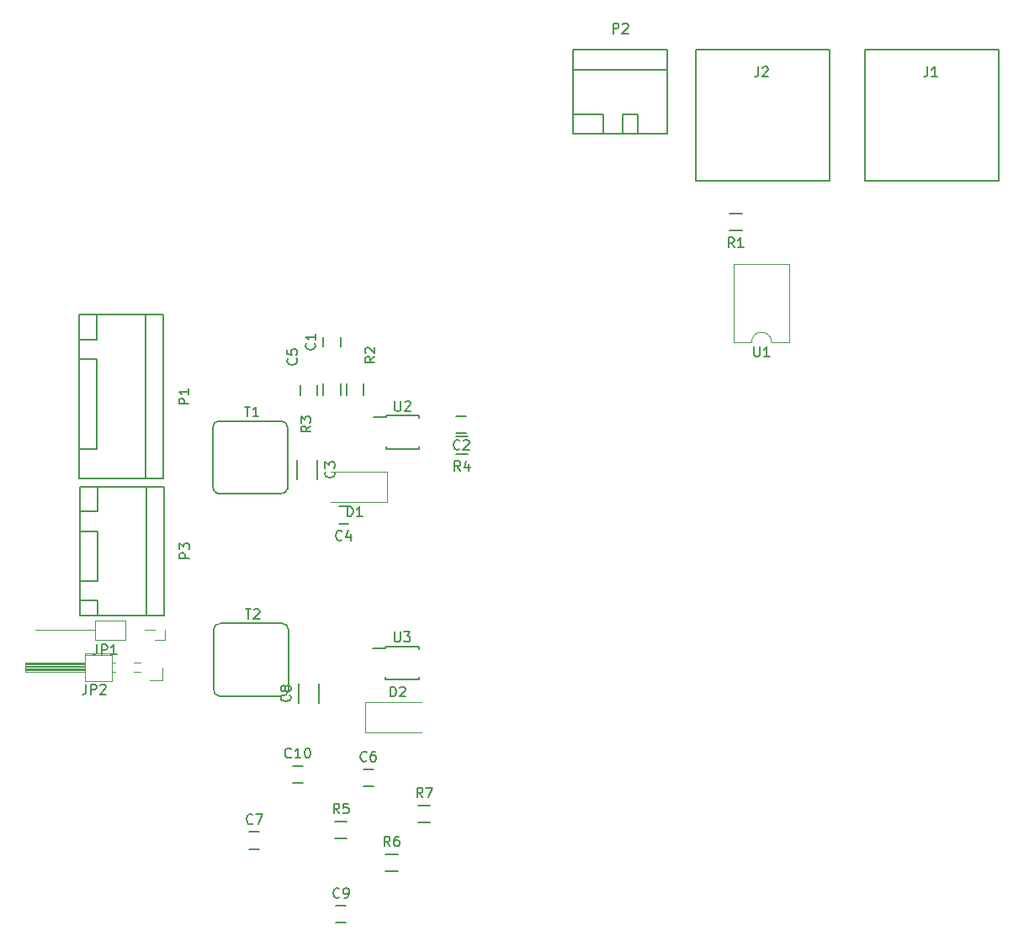
<source format=gbr>
G04 #@! TF.FileFunction,Legend,Top*
%FSLAX46Y46*%
G04 Gerber Fmt 4.6, Leading zero omitted, Abs format (unit mm)*
G04 Created by KiCad (PCBNEW 4.0.5) date 01/06/17 14:54:28*
%MOMM*%
%LPD*%
G01*
G04 APERTURE LIST*
%ADD10C,0.100000*%
%ADD11C,0.150000*%
%ADD12C,0.120000*%
G04 APERTURE END LIST*
D10*
D11*
X55525800Y-58205500D02*
X55525800Y-58380500D01*
X58875800Y-58205500D02*
X58875800Y-58455500D01*
X58875800Y-61555500D02*
X58875800Y-61305500D01*
X55525800Y-61555500D02*
X55525800Y-61305500D01*
X55525800Y-58205500D02*
X58875800Y-58205500D01*
X55525800Y-61555500D02*
X58875800Y-61555500D01*
X55525800Y-58380500D02*
X54275800Y-58380500D01*
X49251500Y-50261900D02*
X49251500Y-51261900D01*
X50951500Y-51261900D02*
X50951500Y-50261900D01*
X62619000Y-59943100D02*
X63619000Y-59943100D01*
X63619000Y-58243100D02*
X62619000Y-58243100D01*
X50782600Y-69061700D02*
X51782600Y-69061700D01*
X51782600Y-67361700D02*
X50782600Y-67361700D01*
X117208300Y-34544000D02*
X117208300Y-21336000D01*
X103746300Y-34544000D02*
X103746300Y-21336000D01*
X117208300Y-21336000D02*
X103746300Y-21336000D01*
X104508300Y-34544000D02*
X103746300Y-34544000D01*
X117208300Y-34544000D02*
X104508300Y-34544000D01*
X100190300Y-34544000D02*
X100190300Y-21336000D01*
X86728300Y-34544000D02*
X86728300Y-21336000D01*
X100190300Y-21336000D02*
X86728300Y-21336000D01*
X87490300Y-34544000D02*
X86728300Y-34544000D01*
X100190300Y-34544000D02*
X87490300Y-34544000D01*
X31356300Y-48023780D02*
X31356300Y-64523620D01*
X24655780Y-61523880D02*
X26454100Y-61523880D01*
X26454100Y-61523880D02*
X26454100Y-52524660D01*
X24655780Y-52524660D02*
X26454100Y-52524660D01*
X26454100Y-48023780D02*
X26454100Y-50523140D01*
X26454100Y-50523140D02*
X24704040Y-50523140D01*
X24655780Y-56273700D02*
X24655780Y-48023780D01*
X24655780Y-48023780D02*
X33154620Y-48023780D01*
X33154620Y-48023780D02*
X33154620Y-64523620D01*
X33154620Y-64523620D02*
X24655780Y-64523620D01*
X24655780Y-64523620D02*
X24655780Y-56273700D01*
X74371200Y-23352760D02*
X83870800Y-23352760D01*
X79369920Y-29852620D02*
X79369920Y-27853640D01*
X79369920Y-27853640D02*
X80871060Y-27853640D01*
X80871060Y-27853640D02*
X80871060Y-29852620D01*
X74371200Y-27853640D02*
X77370940Y-27853640D01*
X77370940Y-27853640D02*
X77370940Y-29804360D01*
X83870800Y-29852620D02*
X83870800Y-21353780D01*
X83870800Y-21353780D02*
X74371200Y-21353780D01*
X74371200Y-21353780D02*
X74371200Y-29852620D01*
X74371200Y-29852620D02*
X83870800Y-29852620D01*
X90141500Y-37834600D02*
X91341500Y-37834600D01*
X91341500Y-39584600D02*
X90141500Y-39584600D01*
X53313300Y-54937100D02*
X53313300Y-56137100D01*
X51563300Y-56137100D02*
X51563300Y-54937100D01*
X50972600Y-54952000D02*
X50972600Y-56152000D01*
X49222600Y-56152000D02*
X49222600Y-54952000D01*
X62595200Y-60326300D02*
X63795200Y-60326300D01*
X63795200Y-62076300D02*
X62595200Y-62076300D01*
D12*
X92332300Y-50793000D02*
G75*
G02X94332300Y-50793000I1000000J0D01*
G01*
X94332300Y-50793000D02*
X96102300Y-50793000D01*
X96102300Y-50793000D02*
X96102300Y-42933000D01*
X96102300Y-42933000D02*
X90562300Y-42933000D01*
X90562300Y-42933000D02*
X90562300Y-50793000D01*
X90562300Y-50793000D02*
X92332300Y-50793000D01*
D11*
X48602000Y-56151400D02*
X48602000Y-55151400D01*
X46902000Y-55151400D02*
X46902000Y-56151400D01*
D10*
X29283400Y-80794100D02*
X29283400Y-78794100D01*
X29283400Y-78794100D02*
X26283400Y-78794100D01*
X26283400Y-78794100D02*
X26283400Y-80794100D01*
X26283400Y-80794100D02*
X29283400Y-80794100D01*
X29283400Y-80794100D02*
X29283400Y-78794100D01*
X29283400Y-78794100D02*
X26283400Y-78794100D01*
X26283400Y-78794100D02*
X26283400Y-80794100D01*
X26283400Y-80794100D02*
X29283400Y-80794100D01*
X26283400Y-79794100D02*
X26283400Y-79794100D01*
X26283400Y-79794100D02*
X20283400Y-79794100D01*
X20283400Y-79794100D02*
X20283400Y-79794100D01*
X20283400Y-79794100D02*
X26283400Y-79794100D01*
X29283400Y-79794100D02*
X29283400Y-79794100D01*
X29283400Y-79794100D02*
X29283400Y-79794100D01*
X32283400Y-79794100D02*
X31283400Y-79794100D01*
X32283400Y-79794100D02*
X31283400Y-79794100D01*
X26283400Y-79794100D02*
X20283400Y-79794100D01*
X26283400Y-79794100D02*
X20283400Y-79794100D01*
X26283400Y-79794100D02*
X20283400Y-79794100D01*
X26283400Y-79794100D02*
X20283400Y-79794100D01*
X26283400Y-79794100D02*
X20283400Y-79794100D01*
X26283400Y-79794100D02*
X20283400Y-79794100D01*
X26283400Y-79794100D02*
X20283400Y-79794100D01*
X33283400Y-79794100D02*
X33283400Y-80794100D01*
X33283400Y-80794100D02*
X32283400Y-80794100D01*
D11*
X54259100Y-93815800D02*
X53259100Y-93815800D01*
X53259100Y-95515800D02*
X54259100Y-95515800D01*
X42803700Y-100127700D02*
X41803700Y-100127700D01*
X41803700Y-101827700D02*
X42803700Y-101827700D01*
X51515900Y-107557200D02*
X50515900Y-107557200D01*
X50515900Y-109257200D02*
X51515900Y-109257200D01*
X47159800Y-93472900D02*
X46159800Y-93472900D01*
X46159800Y-95172900D02*
X47159800Y-95172900D01*
D12*
X27955400Y-84930600D02*
X27955400Y-82150600D01*
X27955400Y-82150600D02*
X25215400Y-82150600D01*
X25215400Y-82150600D02*
X25215400Y-84930600D01*
X25215400Y-84930600D02*
X27955400Y-84930600D01*
X27955400Y-84930600D02*
X27955400Y-82270600D01*
X27955400Y-82270600D02*
X25215400Y-82270600D01*
X25215400Y-82270600D02*
X25215400Y-84930600D01*
X25215400Y-84930600D02*
X27955400Y-84930600D01*
X25215400Y-83980600D02*
X25215400Y-83100600D01*
X25215400Y-83100600D02*
X19215400Y-83100600D01*
X19215400Y-83100600D02*
X19215400Y-83980600D01*
X19215400Y-83980600D02*
X25215400Y-83980600D01*
X28265400Y-83980600D02*
X27955400Y-83980600D01*
X28265400Y-83100600D02*
X27955400Y-83100600D01*
X30805400Y-83980600D02*
X30205400Y-83980600D01*
X30805400Y-83100600D02*
X30205400Y-83100600D01*
X25215400Y-83860600D02*
X19215400Y-83860600D01*
X25215400Y-83740600D02*
X19215400Y-83740600D01*
X25215400Y-83620600D02*
X19215400Y-83620600D01*
X25215400Y-83500600D02*
X19215400Y-83500600D01*
X25215400Y-83380600D02*
X19215400Y-83380600D01*
X25215400Y-83260600D02*
X19215400Y-83260600D01*
X25215400Y-83140600D02*
X19215400Y-83140600D01*
X33045400Y-83540600D02*
X33045400Y-84810600D01*
X33045400Y-84810600D02*
X31775400Y-84810600D01*
D11*
X31419800Y-65331340D02*
X31419800Y-78331060D01*
X24719280Y-76832460D02*
X26517600Y-76832460D01*
X26517600Y-76832460D02*
X26517600Y-78331060D01*
X24719280Y-69832220D02*
X26517600Y-69832220D01*
X26517600Y-69832220D02*
X26517600Y-74830940D01*
X26517600Y-74830940D02*
X24719280Y-74830940D01*
X26517600Y-65331340D02*
X26517600Y-67830700D01*
X26517600Y-67830700D02*
X24719280Y-67830700D01*
X24719280Y-71831200D02*
X24719280Y-65331340D01*
X24719280Y-65331340D02*
X33218120Y-65331340D01*
X33218120Y-65331340D02*
X33218120Y-78331060D01*
X33218120Y-78331060D02*
X24719280Y-78331060D01*
X24719280Y-78331060D02*
X24719280Y-71831200D01*
X51615900Y-100785900D02*
X50415900Y-100785900D01*
X50415900Y-99035900D02*
X51615900Y-99035900D01*
X56708600Y-104087900D02*
X55508600Y-104087900D01*
X55508600Y-102337900D02*
X56708600Y-102337900D01*
X59997900Y-99173000D02*
X58797900Y-99173000D01*
X58797900Y-97423000D02*
X59997900Y-97423000D01*
X38207300Y-85771000D02*
G75*
G03X38757300Y-86421000I600000J-50000D01*
G01*
X38907300Y-86421000D02*
X38757300Y-86421000D01*
X39107300Y-79121000D02*
X38857300Y-79121000D01*
X38907300Y-86421000D02*
X39007300Y-86421000D01*
X45707300Y-85921000D02*
X45707300Y-85821000D01*
X45707300Y-79721000D02*
X45707300Y-79921000D01*
X45107300Y-79121000D02*
X45007300Y-79121000D01*
X45007300Y-79121000D02*
X44607300Y-79121000D01*
X45007300Y-79121000D02*
X39107300Y-79121000D01*
X45707300Y-79821000D02*
X45707300Y-85821000D01*
X39007300Y-86421000D02*
X45007300Y-86421000D01*
X38207300Y-79721000D02*
X38207300Y-85721000D01*
X38807300Y-79121000D02*
G75*
G03X38207300Y-79721000I0J-600000D01*
G01*
X45007300Y-86421000D02*
G75*
G03X45707300Y-85921000I100000J600000D01*
G01*
X45707300Y-79721000D02*
G75*
G03X45107300Y-79121000I-600000J0D01*
G01*
X55487700Y-81446500D02*
X55487700Y-81621500D01*
X58837700Y-81446500D02*
X58837700Y-81696500D01*
X58837700Y-84796500D02*
X58837700Y-84546500D01*
X55487700Y-84796500D02*
X55487700Y-84546500D01*
X55487700Y-81446500D02*
X58837700Y-81446500D01*
X55487700Y-84796500D02*
X58837700Y-84796500D01*
X55487700Y-81621500D02*
X54237700Y-81621500D01*
X48662700Y-64639700D02*
X48662700Y-62639700D01*
X46612700Y-62639700D02*
X46612700Y-64639700D01*
X46777800Y-85169500D02*
X46777800Y-87169500D01*
X48827800Y-87169500D02*
X48827800Y-85169500D01*
X38118400Y-65400200D02*
G75*
G03X38668400Y-66050200I600000J-50000D01*
G01*
X38818400Y-66050200D02*
X38668400Y-66050200D01*
X39018400Y-58750200D02*
X38768400Y-58750200D01*
X38818400Y-66050200D02*
X38918400Y-66050200D01*
X45618400Y-65550200D02*
X45618400Y-65450200D01*
X45618400Y-59350200D02*
X45618400Y-59550200D01*
X45018400Y-58750200D02*
X44918400Y-58750200D01*
X44918400Y-58750200D02*
X44518400Y-58750200D01*
X44918400Y-58750200D02*
X39018400Y-58750200D01*
X45618400Y-59450200D02*
X45618400Y-65450200D01*
X38918400Y-66050200D02*
X44918400Y-66050200D01*
X38118400Y-59350200D02*
X38118400Y-65350200D01*
X38718400Y-58750200D02*
G75*
G03X38118400Y-59350200I0J-600000D01*
G01*
X44918400Y-66050200D02*
G75*
G03X45618400Y-65550200I100000J600000D01*
G01*
X45618400Y-59350200D02*
G75*
G03X45018400Y-58750200I-600000J0D01*
G01*
D12*
X49987500Y-66854200D02*
X55687500Y-66854200D01*
X55687500Y-66854200D02*
X55687500Y-63854200D01*
X55687500Y-63854200D02*
X49987500Y-63854200D01*
X59118200Y-87069800D02*
X53418200Y-87069800D01*
X53418200Y-87069800D02*
X53418200Y-90069800D01*
X53418200Y-90069800D02*
X59118200Y-90069800D01*
D11*
X56438895Y-56732881D02*
X56438895Y-57542405D01*
X56486514Y-57637643D01*
X56534133Y-57685262D01*
X56629371Y-57732881D01*
X56819848Y-57732881D01*
X56915086Y-57685262D01*
X56962705Y-57637643D01*
X57010324Y-57542405D01*
X57010324Y-56732881D01*
X57438895Y-56828119D02*
X57486514Y-56780500D01*
X57581752Y-56732881D01*
X57819848Y-56732881D01*
X57915086Y-56780500D01*
X57962705Y-56828119D01*
X58010324Y-56923357D01*
X58010324Y-57018595D01*
X57962705Y-57161452D01*
X57391276Y-57732881D01*
X58010324Y-57732881D01*
X48358643Y-50928566D02*
X48406262Y-50976185D01*
X48453881Y-51119042D01*
X48453881Y-51214280D01*
X48406262Y-51357138D01*
X48311024Y-51452376D01*
X48215786Y-51499995D01*
X48025310Y-51547614D01*
X47882452Y-51547614D01*
X47691976Y-51499995D01*
X47596738Y-51452376D01*
X47501500Y-51357138D01*
X47453881Y-51214280D01*
X47453881Y-51119042D01*
X47501500Y-50976185D01*
X47549119Y-50928566D01*
X48453881Y-49976185D02*
X48453881Y-50547614D01*
X48453881Y-50261900D02*
X47453881Y-50261900D01*
X47596738Y-50357138D01*
X47691976Y-50452376D01*
X47739595Y-50547614D01*
X62952334Y-61550243D02*
X62904715Y-61597862D01*
X62761858Y-61645481D01*
X62666620Y-61645481D01*
X62523762Y-61597862D01*
X62428524Y-61502624D01*
X62380905Y-61407386D01*
X62333286Y-61216910D01*
X62333286Y-61074052D01*
X62380905Y-60883576D01*
X62428524Y-60788338D01*
X62523762Y-60693100D01*
X62666620Y-60645481D01*
X62761858Y-60645481D01*
X62904715Y-60693100D01*
X62952334Y-60740719D01*
X63333286Y-60740719D02*
X63380905Y-60693100D01*
X63476143Y-60645481D01*
X63714239Y-60645481D01*
X63809477Y-60693100D01*
X63857096Y-60740719D01*
X63904715Y-60835957D01*
X63904715Y-60931195D01*
X63857096Y-61074052D01*
X63285667Y-61645481D01*
X63904715Y-61645481D01*
X51115934Y-70668843D02*
X51068315Y-70716462D01*
X50925458Y-70764081D01*
X50830220Y-70764081D01*
X50687362Y-70716462D01*
X50592124Y-70621224D01*
X50544505Y-70525986D01*
X50496886Y-70335510D01*
X50496886Y-70192652D01*
X50544505Y-70002176D01*
X50592124Y-69906938D01*
X50687362Y-69811700D01*
X50830220Y-69764081D01*
X50925458Y-69764081D01*
X51068315Y-69811700D01*
X51115934Y-69859319D01*
X51973077Y-70097414D02*
X51973077Y-70764081D01*
X51734981Y-69716462D02*
X51496886Y-70430748D01*
X52115934Y-70430748D01*
X110016967Y-23074381D02*
X110016967Y-23788667D01*
X109969347Y-23931524D01*
X109874109Y-24026762D01*
X109731252Y-24074381D01*
X109636014Y-24074381D01*
X111016967Y-24074381D02*
X110445538Y-24074381D01*
X110731252Y-24074381D02*
X110731252Y-23074381D01*
X110636014Y-23217238D01*
X110540776Y-23312476D01*
X110445538Y-23360095D01*
X92998967Y-23074381D02*
X92998967Y-23788667D01*
X92951347Y-23931524D01*
X92856109Y-24026762D01*
X92713252Y-24074381D01*
X92618014Y-24074381D01*
X93427538Y-23169619D02*
X93475157Y-23122000D01*
X93570395Y-23074381D01*
X93808491Y-23074381D01*
X93903729Y-23122000D01*
X93951348Y-23169619D01*
X93998967Y-23264857D01*
X93998967Y-23360095D01*
X93951348Y-23502952D01*
X93379919Y-24074381D01*
X93998967Y-24074381D01*
X35707581Y-57011795D02*
X34707581Y-57011795D01*
X34707581Y-56630842D01*
X34755200Y-56535604D01*
X34802819Y-56487985D01*
X34898057Y-56440366D01*
X35040914Y-56440366D01*
X35136152Y-56487985D01*
X35183771Y-56535604D01*
X35231390Y-56630842D01*
X35231390Y-57011795D01*
X35707581Y-55487985D02*
X35707581Y-56059414D01*
X35707581Y-55773700D02*
X34707581Y-55773700D01*
X34850438Y-55868938D01*
X34945676Y-55964176D01*
X34993295Y-56059414D01*
X78382905Y-19705581D02*
X78382905Y-18705581D01*
X78763858Y-18705581D01*
X78859096Y-18753200D01*
X78906715Y-18800819D01*
X78954334Y-18896057D01*
X78954334Y-19038914D01*
X78906715Y-19134152D01*
X78859096Y-19181771D01*
X78763858Y-19229390D01*
X78382905Y-19229390D01*
X79335286Y-18800819D02*
X79382905Y-18753200D01*
X79478143Y-18705581D01*
X79716239Y-18705581D01*
X79811477Y-18753200D01*
X79859096Y-18800819D01*
X79906715Y-18896057D01*
X79906715Y-18991295D01*
X79859096Y-19134152D01*
X79287667Y-19705581D01*
X79906715Y-19705581D01*
X90574834Y-41261981D02*
X90241500Y-40785790D01*
X90003405Y-41261981D02*
X90003405Y-40261981D01*
X90384358Y-40261981D01*
X90479596Y-40309600D01*
X90527215Y-40357219D01*
X90574834Y-40452457D01*
X90574834Y-40595314D01*
X90527215Y-40690552D01*
X90479596Y-40738171D01*
X90384358Y-40785790D01*
X90003405Y-40785790D01*
X91527215Y-41261981D02*
X90955786Y-41261981D01*
X91241500Y-41261981D02*
X91241500Y-40261981D01*
X91146262Y-40404838D01*
X91051024Y-40500076D01*
X90955786Y-40547695D01*
X54414681Y-52274766D02*
X53938490Y-52608100D01*
X54414681Y-52846195D02*
X53414681Y-52846195D01*
X53414681Y-52465242D01*
X53462300Y-52370004D01*
X53509919Y-52322385D01*
X53605157Y-52274766D01*
X53748014Y-52274766D01*
X53843252Y-52322385D01*
X53890871Y-52370004D01*
X53938490Y-52465242D01*
X53938490Y-52846195D01*
X53509919Y-51893814D02*
X53462300Y-51846195D01*
X53414681Y-51750957D01*
X53414681Y-51512861D01*
X53462300Y-51417623D01*
X53509919Y-51370004D01*
X53605157Y-51322385D01*
X53700395Y-51322385D01*
X53843252Y-51370004D01*
X54414681Y-51941433D01*
X54414681Y-51322385D01*
X47975781Y-59234366D02*
X47499590Y-59567700D01*
X47975781Y-59805795D02*
X46975781Y-59805795D01*
X46975781Y-59424842D01*
X47023400Y-59329604D01*
X47071019Y-59281985D01*
X47166257Y-59234366D01*
X47309114Y-59234366D01*
X47404352Y-59281985D01*
X47451971Y-59329604D01*
X47499590Y-59424842D01*
X47499590Y-59805795D01*
X46975781Y-58901033D02*
X46975781Y-58281985D01*
X47356733Y-58615319D01*
X47356733Y-58472461D01*
X47404352Y-58377223D01*
X47451971Y-58329604D01*
X47547210Y-58281985D01*
X47785305Y-58281985D01*
X47880543Y-58329604D01*
X47928162Y-58377223D01*
X47975781Y-58472461D01*
X47975781Y-58758176D01*
X47928162Y-58853414D01*
X47880543Y-58901033D01*
X63028534Y-63753681D02*
X62695200Y-63277490D01*
X62457105Y-63753681D02*
X62457105Y-62753681D01*
X62838058Y-62753681D01*
X62933296Y-62801300D01*
X62980915Y-62848919D01*
X63028534Y-62944157D01*
X63028534Y-63087014D01*
X62980915Y-63182252D01*
X62933296Y-63229871D01*
X62838058Y-63277490D01*
X62457105Y-63277490D01*
X63885677Y-63087014D02*
X63885677Y-63753681D01*
X63647581Y-62706062D02*
X63409486Y-63420348D01*
X64028534Y-63420348D01*
X92570395Y-51245381D02*
X92570395Y-52054905D01*
X92618014Y-52150143D01*
X92665633Y-52197762D01*
X92760871Y-52245381D01*
X92951348Y-52245381D01*
X93046586Y-52197762D01*
X93094205Y-52150143D01*
X93141824Y-52054905D01*
X93141824Y-51245381D01*
X94141824Y-52245381D02*
X93570395Y-52245381D01*
X93856109Y-52245381D02*
X93856109Y-51245381D01*
X93760871Y-51388238D01*
X93665633Y-51483476D01*
X93570395Y-51531095D01*
X46508943Y-52452566D02*
X46556562Y-52500185D01*
X46604181Y-52643042D01*
X46604181Y-52738280D01*
X46556562Y-52881138D01*
X46461324Y-52976376D01*
X46366086Y-53023995D01*
X46175610Y-53071614D01*
X46032752Y-53071614D01*
X45842276Y-53023995D01*
X45747038Y-52976376D01*
X45651800Y-52881138D01*
X45604181Y-52738280D01*
X45604181Y-52643042D01*
X45651800Y-52500185D01*
X45699419Y-52452566D01*
X45604181Y-51547804D02*
X45604181Y-52023995D01*
X46080371Y-52071614D01*
X46032752Y-52023995D01*
X45985133Y-51928757D01*
X45985133Y-51690661D01*
X46032752Y-51595423D01*
X46080371Y-51547804D01*
X46175610Y-51500185D01*
X46413705Y-51500185D01*
X46508943Y-51547804D01*
X46556562Y-51595423D01*
X46604181Y-51690661D01*
X46604181Y-51928757D01*
X46556562Y-52023995D01*
X46508943Y-52071614D01*
X26450067Y-81246481D02*
X26450067Y-81960767D01*
X26402447Y-82103624D01*
X26307209Y-82198862D01*
X26164352Y-82246481D01*
X26069114Y-82246481D01*
X26926257Y-82246481D02*
X26926257Y-81246481D01*
X27307210Y-81246481D01*
X27402448Y-81294100D01*
X27450067Y-81341719D01*
X27497686Y-81436957D01*
X27497686Y-81579814D01*
X27450067Y-81675052D01*
X27402448Y-81722671D01*
X27307210Y-81770290D01*
X26926257Y-81770290D01*
X28450067Y-82246481D02*
X27878638Y-82246481D01*
X28164352Y-82246481D02*
X28164352Y-81246481D01*
X28069114Y-81389338D01*
X27973876Y-81484576D01*
X27878638Y-81532195D01*
X53592434Y-92922943D02*
X53544815Y-92970562D01*
X53401958Y-93018181D01*
X53306720Y-93018181D01*
X53163862Y-92970562D01*
X53068624Y-92875324D01*
X53021005Y-92780086D01*
X52973386Y-92589610D01*
X52973386Y-92446752D01*
X53021005Y-92256276D01*
X53068624Y-92161038D01*
X53163862Y-92065800D01*
X53306720Y-92018181D01*
X53401958Y-92018181D01*
X53544815Y-92065800D01*
X53592434Y-92113419D01*
X54449577Y-92018181D02*
X54259100Y-92018181D01*
X54163862Y-92065800D01*
X54116243Y-92113419D01*
X54021005Y-92256276D01*
X53973386Y-92446752D01*
X53973386Y-92827705D01*
X54021005Y-92922943D01*
X54068624Y-92970562D01*
X54163862Y-93018181D01*
X54354339Y-93018181D01*
X54449577Y-92970562D01*
X54497196Y-92922943D01*
X54544815Y-92827705D01*
X54544815Y-92589610D01*
X54497196Y-92494371D01*
X54449577Y-92446752D01*
X54354339Y-92399133D01*
X54163862Y-92399133D01*
X54068624Y-92446752D01*
X54021005Y-92494371D01*
X53973386Y-92589610D01*
X42137034Y-99234843D02*
X42089415Y-99282462D01*
X41946558Y-99330081D01*
X41851320Y-99330081D01*
X41708462Y-99282462D01*
X41613224Y-99187224D01*
X41565605Y-99091986D01*
X41517986Y-98901510D01*
X41517986Y-98758652D01*
X41565605Y-98568176D01*
X41613224Y-98472938D01*
X41708462Y-98377700D01*
X41851320Y-98330081D01*
X41946558Y-98330081D01*
X42089415Y-98377700D01*
X42137034Y-98425319D01*
X42470367Y-98330081D02*
X43137034Y-98330081D01*
X42708462Y-99330081D01*
X50849234Y-106664343D02*
X50801615Y-106711962D01*
X50658758Y-106759581D01*
X50563520Y-106759581D01*
X50420662Y-106711962D01*
X50325424Y-106616724D01*
X50277805Y-106521486D01*
X50230186Y-106331010D01*
X50230186Y-106188152D01*
X50277805Y-105997676D01*
X50325424Y-105902438D01*
X50420662Y-105807200D01*
X50563520Y-105759581D01*
X50658758Y-105759581D01*
X50801615Y-105807200D01*
X50849234Y-105854819D01*
X51325424Y-106759581D02*
X51515900Y-106759581D01*
X51611139Y-106711962D01*
X51658758Y-106664343D01*
X51753996Y-106521486D01*
X51801615Y-106331010D01*
X51801615Y-105950057D01*
X51753996Y-105854819D01*
X51706377Y-105807200D01*
X51611139Y-105759581D01*
X51420662Y-105759581D01*
X51325424Y-105807200D01*
X51277805Y-105854819D01*
X51230186Y-105950057D01*
X51230186Y-106188152D01*
X51277805Y-106283390D01*
X51325424Y-106331010D01*
X51420662Y-106378629D01*
X51611139Y-106378629D01*
X51706377Y-106331010D01*
X51753996Y-106283390D01*
X51801615Y-106188152D01*
X46016943Y-92580043D02*
X45969324Y-92627662D01*
X45826467Y-92675281D01*
X45731229Y-92675281D01*
X45588371Y-92627662D01*
X45493133Y-92532424D01*
X45445514Y-92437186D01*
X45397895Y-92246710D01*
X45397895Y-92103852D01*
X45445514Y-91913376D01*
X45493133Y-91818138D01*
X45588371Y-91722900D01*
X45731229Y-91675281D01*
X45826467Y-91675281D01*
X45969324Y-91722900D01*
X46016943Y-91770519D01*
X46969324Y-92675281D02*
X46397895Y-92675281D01*
X46683609Y-92675281D02*
X46683609Y-91675281D01*
X46588371Y-91818138D01*
X46493133Y-91913376D01*
X46397895Y-91960995D01*
X47588371Y-91675281D02*
X47683610Y-91675281D01*
X47778848Y-91722900D01*
X47826467Y-91770519D01*
X47874086Y-91865757D01*
X47921705Y-92056233D01*
X47921705Y-92294329D01*
X47874086Y-92484805D01*
X47826467Y-92580043D01*
X47778848Y-92627662D01*
X47683610Y-92675281D01*
X47588371Y-92675281D01*
X47493133Y-92627662D01*
X47445514Y-92580043D01*
X47397895Y-92484805D01*
X47350276Y-92294329D01*
X47350276Y-92056233D01*
X47397895Y-91865757D01*
X47445514Y-91770519D01*
X47493133Y-91722900D01*
X47588371Y-91675281D01*
X25357067Y-85262981D02*
X25357067Y-85977267D01*
X25309447Y-86120124D01*
X25214209Y-86215362D01*
X25071352Y-86262981D01*
X24976114Y-86262981D01*
X25833257Y-86262981D02*
X25833257Y-85262981D01*
X26214210Y-85262981D01*
X26309448Y-85310600D01*
X26357067Y-85358219D01*
X26404686Y-85453457D01*
X26404686Y-85596314D01*
X26357067Y-85691552D01*
X26309448Y-85739171D01*
X26214210Y-85786790D01*
X25833257Y-85786790D01*
X26785638Y-85358219D02*
X26833257Y-85310600D01*
X26928495Y-85262981D01*
X27166591Y-85262981D01*
X27261829Y-85310600D01*
X27309448Y-85358219D01*
X27357067Y-85453457D01*
X27357067Y-85548695D01*
X27309448Y-85691552D01*
X26738019Y-86262981D01*
X27357067Y-86262981D01*
X35771081Y-72569295D02*
X34771081Y-72569295D01*
X34771081Y-72188342D01*
X34818700Y-72093104D01*
X34866319Y-72045485D01*
X34961557Y-71997866D01*
X35104414Y-71997866D01*
X35199652Y-72045485D01*
X35247271Y-72093104D01*
X35294890Y-72188342D01*
X35294890Y-72569295D01*
X34771081Y-71664533D02*
X34771081Y-71045485D01*
X35152033Y-71378819D01*
X35152033Y-71235961D01*
X35199652Y-71140723D01*
X35247271Y-71093104D01*
X35342510Y-71045485D01*
X35580605Y-71045485D01*
X35675843Y-71093104D01*
X35723462Y-71140723D01*
X35771081Y-71235961D01*
X35771081Y-71521676D01*
X35723462Y-71616914D01*
X35675843Y-71664533D01*
X50849234Y-98263281D02*
X50515900Y-97787090D01*
X50277805Y-98263281D02*
X50277805Y-97263281D01*
X50658758Y-97263281D01*
X50753996Y-97310900D01*
X50801615Y-97358519D01*
X50849234Y-97453757D01*
X50849234Y-97596614D01*
X50801615Y-97691852D01*
X50753996Y-97739471D01*
X50658758Y-97787090D01*
X50277805Y-97787090D01*
X51753996Y-97263281D02*
X51277805Y-97263281D01*
X51230186Y-97739471D01*
X51277805Y-97691852D01*
X51373043Y-97644233D01*
X51611139Y-97644233D01*
X51706377Y-97691852D01*
X51753996Y-97739471D01*
X51801615Y-97834710D01*
X51801615Y-98072805D01*
X51753996Y-98168043D01*
X51706377Y-98215662D01*
X51611139Y-98263281D01*
X51373043Y-98263281D01*
X51277805Y-98215662D01*
X51230186Y-98168043D01*
X55941934Y-101565281D02*
X55608600Y-101089090D01*
X55370505Y-101565281D02*
X55370505Y-100565281D01*
X55751458Y-100565281D01*
X55846696Y-100612900D01*
X55894315Y-100660519D01*
X55941934Y-100755757D01*
X55941934Y-100898614D01*
X55894315Y-100993852D01*
X55846696Y-101041471D01*
X55751458Y-101089090D01*
X55370505Y-101089090D01*
X56799077Y-100565281D02*
X56608600Y-100565281D01*
X56513362Y-100612900D01*
X56465743Y-100660519D01*
X56370505Y-100803376D01*
X56322886Y-100993852D01*
X56322886Y-101374805D01*
X56370505Y-101470043D01*
X56418124Y-101517662D01*
X56513362Y-101565281D01*
X56703839Y-101565281D01*
X56799077Y-101517662D01*
X56846696Y-101470043D01*
X56894315Y-101374805D01*
X56894315Y-101136710D01*
X56846696Y-101041471D01*
X56799077Y-100993852D01*
X56703839Y-100946233D01*
X56513362Y-100946233D01*
X56418124Y-100993852D01*
X56370505Y-101041471D01*
X56322886Y-101136710D01*
X59231234Y-96650381D02*
X58897900Y-96174190D01*
X58659805Y-96650381D02*
X58659805Y-95650381D01*
X59040758Y-95650381D01*
X59135996Y-95698000D01*
X59183615Y-95745619D01*
X59231234Y-95840857D01*
X59231234Y-95983714D01*
X59183615Y-96078952D01*
X59135996Y-96126571D01*
X59040758Y-96174190D01*
X58659805Y-96174190D01*
X59564567Y-95650381D02*
X60231234Y-95650381D01*
X59802662Y-96650381D01*
X41395395Y-77673381D02*
X41966824Y-77673381D01*
X41681109Y-78673381D02*
X41681109Y-77673381D01*
X42252538Y-77768619D02*
X42300157Y-77721000D01*
X42395395Y-77673381D01*
X42633491Y-77673381D01*
X42728729Y-77721000D01*
X42776348Y-77768619D01*
X42823967Y-77863857D01*
X42823967Y-77959095D01*
X42776348Y-78101952D01*
X42204919Y-78673381D01*
X42823967Y-78673381D01*
X56400795Y-79973881D02*
X56400795Y-80783405D01*
X56448414Y-80878643D01*
X56496033Y-80926262D01*
X56591271Y-80973881D01*
X56781748Y-80973881D01*
X56876986Y-80926262D01*
X56924605Y-80878643D01*
X56972224Y-80783405D01*
X56972224Y-79973881D01*
X57353176Y-79973881D02*
X57972224Y-79973881D01*
X57638890Y-80354833D01*
X57781748Y-80354833D01*
X57876986Y-80402452D01*
X57924605Y-80450071D01*
X57972224Y-80545310D01*
X57972224Y-80783405D01*
X57924605Y-80878643D01*
X57876986Y-80926262D01*
X57781748Y-80973881D01*
X57496033Y-80973881D01*
X57400795Y-80926262D01*
X57353176Y-80878643D01*
X50294843Y-63806366D02*
X50342462Y-63853985D01*
X50390081Y-63996842D01*
X50390081Y-64092080D01*
X50342462Y-64234938D01*
X50247224Y-64330176D01*
X50151986Y-64377795D01*
X49961510Y-64425414D01*
X49818652Y-64425414D01*
X49628176Y-64377795D01*
X49532938Y-64330176D01*
X49437700Y-64234938D01*
X49390081Y-64092080D01*
X49390081Y-63996842D01*
X49437700Y-63853985D01*
X49485319Y-63806366D01*
X49390081Y-63473033D02*
X49390081Y-62853985D01*
X49771033Y-63187319D01*
X49771033Y-63044461D01*
X49818652Y-62949223D01*
X49866271Y-62901604D01*
X49961510Y-62853985D01*
X50199605Y-62853985D01*
X50294843Y-62901604D01*
X50342462Y-62949223D01*
X50390081Y-63044461D01*
X50390081Y-63330176D01*
X50342462Y-63425414D01*
X50294843Y-63473033D01*
X45859943Y-86336166D02*
X45907562Y-86383785D01*
X45955181Y-86526642D01*
X45955181Y-86621880D01*
X45907562Y-86764738D01*
X45812324Y-86859976D01*
X45717086Y-86907595D01*
X45526610Y-86955214D01*
X45383752Y-86955214D01*
X45193276Y-86907595D01*
X45098038Y-86859976D01*
X45002800Y-86764738D01*
X44955181Y-86621880D01*
X44955181Y-86526642D01*
X45002800Y-86383785D01*
X45050419Y-86336166D01*
X45383752Y-85764738D02*
X45336133Y-85859976D01*
X45288514Y-85907595D01*
X45193276Y-85955214D01*
X45145657Y-85955214D01*
X45050419Y-85907595D01*
X45002800Y-85859976D01*
X44955181Y-85764738D01*
X44955181Y-85574261D01*
X45002800Y-85479023D01*
X45050419Y-85431404D01*
X45145657Y-85383785D01*
X45193276Y-85383785D01*
X45288514Y-85431404D01*
X45336133Y-85479023D01*
X45383752Y-85574261D01*
X45383752Y-85764738D01*
X45431371Y-85859976D01*
X45478990Y-85907595D01*
X45574229Y-85955214D01*
X45764705Y-85955214D01*
X45859943Y-85907595D01*
X45907562Y-85859976D01*
X45955181Y-85764738D01*
X45955181Y-85574261D01*
X45907562Y-85479023D01*
X45859943Y-85431404D01*
X45764705Y-85383785D01*
X45574229Y-85383785D01*
X45478990Y-85431404D01*
X45431371Y-85479023D01*
X45383752Y-85574261D01*
X41306495Y-57302581D02*
X41877924Y-57302581D01*
X41592209Y-58302581D02*
X41592209Y-57302581D01*
X42735067Y-58302581D02*
X42163638Y-58302581D01*
X42449352Y-58302581D02*
X42449352Y-57302581D01*
X42354114Y-57445438D01*
X42258876Y-57540676D01*
X42163638Y-57588295D01*
X51649405Y-68346581D02*
X51649405Y-67346581D01*
X51887500Y-67346581D01*
X52030358Y-67394200D01*
X52125596Y-67489438D01*
X52173215Y-67584676D01*
X52220834Y-67775152D01*
X52220834Y-67918010D01*
X52173215Y-68108486D01*
X52125596Y-68203724D01*
X52030358Y-68298962D01*
X51887500Y-68346581D01*
X51649405Y-68346581D01*
X53173215Y-68346581D02*
X52601786Y-68346581D01*
X52887500Y-68346581D02*
X52887500Y-67346581D01*
X52792262Y-67489438D01*
X52697024Y-67584676D01*
X52601786Y-67632295D01*
X55980105Y-86482181D02*
X55980105Y-85482181D01*
X56218200Y-85482181D01*
X56361058Y-85529800D01*
X56456296Y-85625038D01*
X56503915Y-85720276D01*
X56551534Y-85910752D01*
X56551534Y-86053610D01*
X56503915Y-86244086D01*
X56456296Y-86339324D01*
X56361058Y-86434562D01*
X56218200Y-86482181D01*
X55980105Y-86482181D01*
X56932486Y-85577419D02*
X56980105Y-85529800D01*
X57075343Y-85482181D01*
X57313439Y-85482181D01*
X57408677Y-85529800D01*
X57456296Y-85577419D01*
X57503915Y-85672657D01*
X57503915Y-85767895D01*
X57456296Y-85910752D01*
X56884867Y-86482181D01*
X57503915Y-86482181D01*
M02*

</source>
